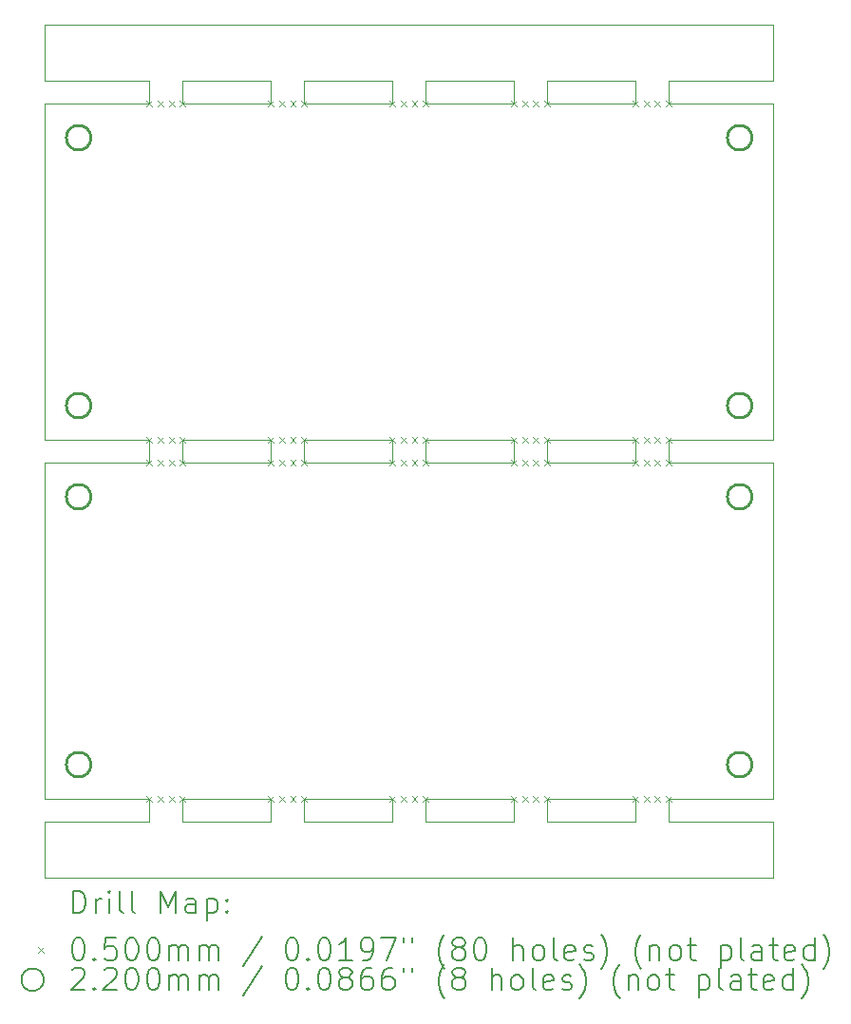
<source format=gbr>
%TF.GenerationSoftware,KiCad,Pcbnew,8.0.4*%
%TF.CreationDate,2024-08-18T00:19:55+02:00*%
%TF.ProjectId,untitled,756e7469-746c-4656-942e-6b696361645f,rev?*%
%TF.SameCoordinates,Original*%
%TF.FileFunction,Drillmap*%
%TF.FilePolarity,Positive*%
%FSLAX45Y45*%
G04 Gerber Fmt 4.5, Leading zero omitted, Abs format (unit mm)*
G04 Created by KiCad (PCBNEW 8.0.4) date 2024-08-18 00:19:55*
%MOMM*%
%LPD*%
G01*
G04 APERTURE LIST*
%ADD10C,0.100000*%
%ADD11C,0.200000*%
%ADD12C,0.220000*%
G04 APERTURE END LIST*
D10*
X16083333Y-5700050D02*
X16866667Y-5700050D01*
X12533333Y-5799950D02*
X12533333Y-5800150D01*
X15000000Y-5800150D02*
X15000000Y-5799950D01*
X16083333Y-2700050D02*
X16083333Y-2500000D01*
X15783333Y-5800150D02*
X15783333Y-5900050D01*
X14700000Y-5700050D02*
X14700000Y-5799950D01*
X16083333Y-2500000D02*
X16866667Y-2500000D01*
X12833333Y-2500000D02*
X13616667Y-2500000D01*
X12833333Y-9100150D02*
X12833333Y-8900050D01*
X13616667Y-5800150D02*
X13616667Y-5900050D01*
X15783333Y-2700050D02*
X15000000Y-2700050D01*
X18100000Y-9600150D02*
X18100000Y-9100150D01*
X18100000Y-9100150D02*
X17166667Y-9100150D01*
X13916667Y-2500000D02*
X14700000Y-2500000D01*
X11600000Y-9100150D02*
X11600000Y-9600150D01*
X11600000Y-9600150D02*
X18100000Y-9600150D01*
X18100000Y-2500000D02*
X18100000Y-2000000D01*
X12533333Y-2500000D02*
X12533333Y-2700050D01*
X16866667Y-5800150D02*
X16866667Y-5900050D01*
X16866667Y-9100150D02*
X16083333Y-9100150D01*
X12533333Y-5700050D02*
X12533333Y-5799950D01*
X16083333Y-5799950D02*
X16083333Y-5700050D01*
X16866667Y-5700050D02*
X16866667Y-5799950D01*
X16083333Y-5800150D02*
X16083333Y-5799950D01*
X12833333Y-5700050D02*
X13616667Y-5700050D01*
X12833333Y-2700050D02*
X12833333Y-2500000D01*
X12533333Y-5800150D02*
X12533333Y-5900050D01*
X15000000Y-5799950D02*
X15000000Y-5700050D01*
X14700000Y-5900050D02*
X13916667Y-5900050D01*
X11600000Y-5900050D02*
X11600000Y-8900050D01*
X16866667Y-2500000D02*
X16866667Y-2700050D01*
X15000000Y-9100150D02*
X15000000Y-8900050D01*
X15783333Y-8900050D02*
X15783333Y-9100150D01*
X15000000Y-8900050D02*
X15783333Y-8900050D01*
X13616667Y-5799950D02*
X13616667Y-5800150D01*
X15000000Y-5900050D02*
X15000000Y-5800150D01*
X16083333Y-8900050D02*
X16866667Y-8900050D01*
X12833333Y-5800150D02*
X12833333Y-5799950D01*
X12833333Y-5900050D02*
X12833333Y-5800150D01*
X13616667Y-9100150D02*
X12833333Y-9100150D01*
X13916667Y-2700050D02*
X13916667Y-2500000D01*
X14700000Y-5800150D02*
X14700000Y-5900050D01*
X15783333Y-5799950D02*
X15783333Y-5800150D01*
X11600000Y-2700050D02*
X11600000Y-5700050D01*
X12533333Y-8900050D02*
X12533333Y-9100150D01*
X13916667Y-5900050D02*
X13916667Y-5800150D01*
X17166667Y-8900050D02*
X18100000Y-8900050D01*
X15783333Y-5700050D02*
X15783333Y-5799950D01*
X16866667Y-8900050D02*
X16866667Y-9100150D01*
X18100000Y-5700050D02*
X18100000Y-2700050D01*
X14700000Y-5799950D02*
X14700000Y-5800150D01*
X13916667Y-5800150D02*
X13916667Y-5799950D01*
X16866667Y-2700050D02*
X16083333Y-2700050D01*
X11600000Y-2000000D02*
X11600000Y-2500000D01*
X14700000Y-2700050D02*
X13916667Y-2700050D01*
X16866667Y-5799950D02*
X16866667Y-5800150D01*
X15000000Y-2500000D02*
X15783333Y-2500000D01*
X12533333Y-9100150D02*
X11600000Y-9100150D01*
X18100000Y-2000000D02*
X11600000Y-2000000D01*
X17166667Y-5800150D02*
X17166667Y-5799950D01*
X12833333Y-8900050D02*
X13616667Y-8900050D01*
X15783333Y-9100150D02*
X15000000Y-9100150D01*
X12533333Y-5900050D02*
X11600000Y-5900050D01*
X13916667Y-8900050D02*
X14700000Y-8900050D01*
X18100000Y-5900050D02*
X17166667Y-5900050D01*
X17166667Y-2700050D02*
X17166667Y-2500000D01*
X11600000Y-8900050D02*
X12533333Y-8900050D01*
X14700000Y-2500000D02*
X14700000Y-2700050D01*
X11600000Y-2500000D02*
X12533333Y-2500000D01*
X12833333Y-5799950D02*
X12833333Y-5700050D01*
X13616667Y-5700050D02*
X13616667Y-5799950D01*
X15783333Y-2500000D02*
X15783333Y-2700050D01*
X17166667Y-9100150D02*
X17166667Y-8900050D01*
X18100000Y-8900050D02*
X18100000Y-5900050D01*
X18100000Y-2700050D02*
X17166667Y-2700050D01*
X13616667Y-5900050D02*
X12833333Y-5900050D01*
X17166667Y-5799950D02*
X17166667Y-5700050D01*
X13916667Y-5700050D02*
X14700000Y-5700050D01*
X12533333Y-2700050D02*
X11600000Y-2700050D01*
X14700000Y-9100150D02*
X13916667Y-9100150D01*
X13616667Y-2500000D02*
X13616667Y-2700050D01*
X16866667Y-5900050D02*
X16083333Y-5900050D01*
X17166667Y-5700050D02*
X18100000Y-5700050D01*
X13916667Y-5799950D02*
X13916667Y-5700050D01*
X15000000Y-5700050D02*
X15783333Y-5700050D01*
X13616667Y-8900050D02*
X13616667Y-9100150D01*
X16083333Y-5900050D02*
X16083333Y-5800150D01*
X15783333Y-5900050D02*
X15000000Y-5900050D01*
X17166667Y-2500000D02*
X18100000Y-2500000D01*
X16083333Y-9100150D02*
X16083333Y-8900050D01*
X17166667Y-5900050D02*
X17166667Y-5800150D01*
X13916667Y-9100150D02*
X13916667Y-8900050D01*
X15000000Y-2700050D02*
X15000000Y-2500000D01*
X13616667Y-2700050D02*
X12833333Y-2700050D01*
X11600000Y-5700050D02*
X12533333Y-5700050D01*
X14700000Y-8900050D02*
X14700000Y-9100150D01*
D11*
D10*
X12508333Y-2675050D02*
X12558333Y-2725050D01*
X12558333Y-2675050D02*
X12508333Y-2725050D01*
X12508333Y-5675050D02*
X12558333Y-5725050D01*
X12558333Y-5675050D02*
X12508333Y-5725050D01*
X12508333Y-5875050D02*
X12558333Y-5925050D01*
X12558333Y-5875050D02*
X12508333Y-5925050D01*
X12508333Y-8875050D02*
X12558333Y-8925050D01*
X12558333Y-8875050D02*
X12508333Y-8925050D01*
X12608333Y-2675050D02*
X12658333Y-2725050D01*
X12658333Y-2675050D02*
X12608333Y-2725050D01*
X12608333Y-5675050D02*
X12658333Y-5725050D01*
X12658333Y-5675050D02*
X12608333Y-5725050D01*
X12608333Y-5875050D02*
X12658333Y-5925050D01*
X12658333Y-5875050D02*
X12608333Y-5925050D01*
X12608333Y-8875050D02*
X12658333Y-8925050D01*
X12658333Y-8875050D02*
X12608333Y-8925050D01*
X12708333Y-2675050D02*
X12758333Y-2725050D01*
X12758333Y-2675050D02*
X12708333Y-2725050D01*
X12708333Y-5675050D02*
X12758333Y-5725050D01*
X12758333Y-5675050D02*
X12708333Y-5725050D01*
X12708333Y-5875050D02*
X12758333Y-5925050D01*
X12758333Y-5875050D02*
X12708333Y-5925050D01*
X12708333Y-8875050D02*
X12758333Y-8925050D01*
X12758333Y-8875050D02*
X12708333Y-8925050D01*
X12808333Y-2675050D02*
X12858333Y-2725050D01*
X12858333Y-2675050D02*
X12808333Y-2725050D01*
X12808333Y-5675050D02*
X12858333Y-5725050D01*
X12858333Y-5675050D02*
X12808333Y-5725050D01*
X12808333Y-5875050D02*
X12858333Y-5925050D01*
X12858333Y-5875050D02*
X12808333Y-5925050D01*
X12808333Y-8875050D02*
X12858333Y-8925050D01*
X12858333Y-8875050D02*
X12808333Y-8925050D01*
X13591667Y-2675050D02*
X13641667Y-2725050D01*
X13641667Y-2675050D02*
X13591667Y-2725050D01*
X13591667Y-5675050D02*
X13641667Y-5725050D01*
X13641667Y-5675050D02*
X13591667Y-5725050D01*
X13591667Y-5875050D02*
X13641667Y-5925050D01*
X13641667Y-5875050D02*
X13591667Y-5925050D01*
X13591667Y-8875050D02*
X13641667Y-8925050D01*
X13641667Y-8875050D02*
X13591667Y-8925050D01*
X13691667Y-2675050D02*
X13741667Y-2725050D01*
X13741667Y-2675050D02*
X13691667Y-2725050D01*
X13691667Y-5675050D02*
X13741667Y-5725050D01*
X13741667Y-5675050D02*
X13691667Y-5725050D01*
X13691667Y-5875050D02*
X13741667Y-5925050D01*
X13741667Y-5875050D02*
X13691667Y-5925050D01*
X13691667Y-8875050D02*
X13741667Y-8925050D01*
X13741667Y-8875050D02*
X13691667Y-8925050D01*
X13791667Y-2675050D02*
X13841667Y-2725050D01*
X13841667Y-2675050D02*
X13791667Y-2725050D01*
X13791667Y-5675050D02*
X13841667Y-5725050D01*
X13841667Y-5675050D02*
X13791667Y-5725050D01*
X13791667Y-5875050D02*
X13841667Y-5925050D01*
X13841667Y-5875050D02*
X13791667Y-5925050D01*
X13791667Y-8875050D02*
X13841667Y-8925050D01*
X13841667Y-8875050D02*
X13791667Y-8925050D01*
X13891667Y-2675050D02*
X13941667Y-2725050D01*
X13941667Y-2675050D02*
X13891667Y-2725050D01*
X13891667Y-5675050D02*
X13941667Y-5725050D01*
X13941667Y-5675050D02*
X13891667Y-5725050D01*
X13891667Y-5875050D02*
X13941667Y-5925050D01*
X13941667Y-5875050D02*
X13891667Y-5925050D01*
X13891667Y-8875050D02*
X13941667Y-8925050D01*
X13941667Y-8875050D02*
X13891667Y-8925050D01*
X14675000Y-2675050D02*
X14725000Y-2725050D01*
X14725000Y-2675050D02*
X14675000Y-2725050D01*
X14675000Y-5675050D02*
X14725000Y-5725050D01*
X14725000Y-5675050D02*
X14675000Y-5725050D01*
X14675000Y-5875050D02*
X14725000Y-5925050D01*
X14725000Y-5875050D02*
X14675000Y-5925050D01*
X14675000Y-8875050D02*
X14725000Y-8925050D01*
X14725000Y-8875050D02*
X14675000Y-8925050D01*
X14775000Y-2675050D02*
X14825000Y-2725050D01*
X14825000Y-2675050D02*
X14775000Y-2725050D01*
X14775000Y-5675050D02*
X14825000Y-5725050D01*
X14825000Y-5675050D02*
X14775000Y-5725050D01*
X14775000Y-5875050D02*
X14825000Y-5925050D01*
X14825000Y-5875050D02*
X14775000Y-5925050D01*
X14775000Y-8875050D02*
X14825000Y-8925050D01*
X14825000Y-8875050D02*
X14775000Y-8925050D01*
X14875000Y-2675050D02*
X14925000Y-2725050D01*
X14925000Y-2675050D02*
X14875000Y-2725050D01*
X14875000Y-5675050D02*
X14925000Y-5725050D01*
X14925000Y-5675050D02*
X14875000Y-5725050D01*
X14875000Y-5875050D02*
X14925000Y-5925050D01*
X14925000Y-5875050D02*
X14875000Y-5925050D01*
X14875000Y-8875050D02*
X14925000Y-8925050D01*
X14925000Y-8875050D02*
X14875000Y-8925050D01*
X14975000Y-2675050D02*
X15025000Y-2725050D01*
X15025000Y-2675050D02*
X14975000Y-2725050D01*
X14975000Y-5675050D02*
X15025000Y-5725050D01*
X15025000Y-5675050D02*
X14975000Y-5725050D01*
X14975000Y-5875050D02*
X15025000Y-5925050D01*
X15025000Y-5875050D02*
X14975000Y-5925050D01*
X14975000Y-8875050D02*
X15025000Y-8925050D01*
X15025000Y-8875050D02*
X14975000Y-8925050D01*
X15758333Y-2675050D02*
X15808333Y-2725050D01*
X15808333Y-2675050D02*
X15758333Y-2725050D01*
X15758333Y-5675050D02*
X15808333Y-5725050D01*
X15808333Y-5675050D02*
X15758333Y-5725050D01*
X15758333Y-5875050D02*
X15808333Y-5925050D01*
X15808333Y-5875050D02*
X15758333Y-5925050D01*
X15758333Y-8875050D02*
X15808333Y-8925050D01*
X15808333Y-8875050D02*
X15758333Y-8925050D01*
X15858333Y-2675050D02*
X15908333Y-2725050D01*
X15908333Y-2675050D02*
X15858333Y-2725050D01*
X15858333Y-5675050D02*
X15908333Y-5725050D01*
X15908333Y-5675050D02*
X15858333Y-5725050D01*
X15858333Y-5875050D02*
X15908333Y-5925050D01*
X15908333Y-5875050D02*
X15858333Y-5925050D01*
X15858333Y-8875050D02*
X15908333Y-8925050D01*
X15908333Y-8875050D02*
X15858333Y-8925050D01*
X15958333Y-2675050D02*
X16008333Y-2725050D01*
X16008333Y-2675050D02*
X15958333Y-2725050D01*
X15958333Y-5675050D02*
X16008333Y-5725050D01*
X16008333Y-5675050D02*
X15958333Y-5725050D01*
X15958333Y-5875050D02*
X16008333Y-5925050D01*
X16008333Y-5875050D02*
X15958333Y-5925050D01*
X15958333Y-8875050D02*
X16008333Y-8925050D01*
X16008333Y-8875050D02*
X15958333Y-8925050D01*
X16058333Y-2675050D02*
X16108333Y-2725050D01*
X16108333Y-2675050D02*
X16058333Y-2725050D01*
X16058333Y-5675050D02*
X16108333Y-5725050D01*
X16108333Y-5675050D02*
X16058333Y-5725050D01*
X16058333Y-5875050D02*
X16108333Y-5925050D01*
X16108333Y-5875050D02*
X16058333Y-5925050D01*
X16058333Y-8875050D02*
X16108333Y-8925050D01*
X16108333Y-8875050D02*
X16058333Y-8925050D01*
X16841667Y-2675050D02*
X16891667Y-2725050D01*
X16891667Y-2675050D02*
X16841667Y-2725050D01*
X16841667Y-5675050D02*
X16891667Y-5725050D01*
X16891667Y-5675050D02*
X16841667Y-5725050D01*
X16841667Y-5875050D02*
X16891667Y-5925050D01*
X16891667Y-5875050D02*
X16841667Y-5925050D01*
X16841667Y-8875050D02*
X16891667Y-8925050D01*
X16891667Y-8875050D02*
X16841667Y-8925050D01*
X16941667Y-2675050D02*
X16991667Y-2725050D01*
X16991667Y-2675050D02*
X16941667Y-2725050D01*
X16941667Y-5675050D02*
X16991667Y-5725050D01*
X16991667Y-5675050D02*
X16941667Y-5725050D01*
X16941667Y-5875050D02*
X16991667Y-5925050D01*
X16991667Y-5875050D02*
X16941667Y-5925050D01*
X16941667Y-8875050D02*
X16991667Y-8925050D01*
X16991667Y-8875050D02*
X16941667Y-8925050D01*
X17041667Y-2675050D02*
X17091667Y-2725050D01*
X17091667Y-2675050D02*
X17041667Y-2725050D01*
X17041667Y-5675050D02*
X17091667Y-5725050D01*
X17091667Y-5675050D02*
X17041667Y-5725050D01*
X17041667Y-5875050D02*
X17091667Y-5925050D01*
X17091667Y-5875050D02*
X17041667Y-5925050D01*
X17041667Y-8875050D02*
X17091667Y-8925050D01*
X17091667Y-8875050D02*
X17041667Y-8925050D01*
X17141667Y-2675050D02*
X17191667Y-2725050D01*
X17191667Y-2675050D02*
X17141667Y-2725050D01*
X17141667Y-5675050D02*
X17191667Y-5725050D01*
X17191667Y-5675050D02*
X17141667Y-5725050D01*
X17141667Y-5875050D02*
X17191667Y-5925050D01*
X17191667Y-5875050D02*
X17141667Y-5925050D01*
X17141667Y-8875050D02*
X17191667Y-8925050D01*
X17191667Y-8875050D02*
X17141667Y-8925050D01*
D12*
X12014800Y-3004850D02*
G75*
G02*
X11794800Y-3004850I-110000J0D01*
G01*
X11794800Y-3004850D02*
G75*
G02*
X12014800Y-3004850I110000J0D01*
G01*
X12014800Y-5392450D02*
G75*
G02*
X11794800Y-5392450I-110000J0D01*
G01*
X11794800Y-5392450D02*
G75*
G02*
X12014800Y-5392450I110000J0D01*
G01*
X12014800Y-6204850D02*
G75*
G02*
X11794800Y-6204850I-110000J0D01*
G01*
X11794800Y-6204850D02*
G75*
G02*
X12014800Y-6204850I110000J0D01*
G01*
X12014800Y-8592450D02*
G75*
G02*
X11794800Y-8592450I-110000J0D01*
G01*
X11794800Y-8592450D02*
G75*
G02*
X12014800Y-8592450I110000J0D01*
G01*
X17907600Y-3004850D02*
G75*
G02*
X17687600Y-3004850I-110000J0D01*
G01*
X17687600Y-3004850D02*
G75*
G02*
X17907600Y-3004850I110000J0D01*
G01*
X17907600Y-5392450D02*
G75*
G02*
X17687600Y-5392450I-110000J0D01*
G01*
X17687600Y-5392450D02*
G75*
G02*
X17907600Y-5392450I110000J0D01*
G01*
X17907600Y-6204850D02*
G75*
G02*
X17687600Y-6204850I-110000J0D01*
G01*
X17687600Y-6204850D02*
G75*
G02*
X17907600Y-6204850I110000J0D01*
G01*
X17907600Y-8592450D02*
G75*
G02*
X17687600Y-8592450I-110000J0D01*
G01*
X17687600Y-8592450D02*
G75*
G02*
X17907600Y-8592450I110000J0D01*
G01*
D11*
X11855777Y-9916634D02*
X11855777Y-9716634D01*
X11855777Y-9716634D02*
X11903396Y-9716634D01*
X11903396Y-9716634D02*
X11931967Y-9726158D01*
X11931967Y-9726158D02*
X11951015Y-9745205D01*
X11951015Y-9745205D02*
X11960539Y-9764253D01*
X11960539Y-9764253D02*
X11970062Y-9802348D01*
X11970062Y-9802348D02*
X11970062Y-9830920D01*
X11970062Y-9830920D02*
X11960539Y-9869015D01*
X11960539Y-9869015D02*
X11951015Y-9888062D01*
X11951015Y-9888062D02*
X11931967Y-9907110D01*
X11931967Y-9907110D02*
X11903396Y-9916634D01*
X11903396Y-9916634D02*
X11855777Y-9916634D01*
X12055777Y-9916634D02*
X12055777Y-9783300D01*
X12055777Y-9821396D02*
X12065301Y-9802348D01*
X12065301Y-9802348D02*
X12074824Y-9792824D01*
X12074824Y-9792824D02*
X12093872Y-9783300D01*
X12093872Y-9783300D02*
X12112920Y-9783300D01*
X12179586Y-9916634D02*
X12179586Y-9783300D01*
X12179586Y-9716634D02*
X12170062Y-9726158D01*
X12170062Y-9726158D02*
X12179586Y-9735681D01*
X12179586Y-9735681D02*
X12189110Y-9726158D01*
X12189110Y-9726158D02*
X12179586Y-9716634D01*
X12179586Y-9716634D02*
X12179586Y-9735681D01*
X12303396Y-9916634D02*
X12284348Y-9907110D01*
X12284348Y-9907110D02*
X12274824Y-9888062D01*
X12274824Y-9888062D02*
X12274824Y-9716634D01*
X12408158Y-9916634D02*
X12389110Y-9907110D01*
X12389110Y-9907110D02*
X12379586Y-9888062D01*
X12379586Y-9888062D02*
X12379586Y-9716634D01*
X12636729Y-9916634D02*
X12636729Y-9716634D01*
X12636729Y-9716634D02*
X12703396Y-9859491D01*
X12703396Y-9859491D02*
X12770062Y-9716634D01*
X12770062Y-9716634D02*
X12770062Y-9916634D01*
X12951015Y-9916634D02*
X12951015Y-9811872D01*
X12951015Y-9811872D02*
X12941491Y-9792824D01*
X12941491Y-9792824D02*
X12922443Y-9783300D01*
X12922443Y-9783300D02*
X12884348Y-9783300D01*
X12884348Y-9783300D02*
X12865301Y-9792824D01*
X12951015Y-9907110D02*
X12931967Y-9916634D01*
X12931967Y-9916634D02*
X12884348Y-9916634D01*
X12884348Y-9916634D02*
X12865301Y-9907110D01*
X12865301Y-9907110D02*
X12855777Y-9888062D01*
X12855777Y-9888062D02*
X12855777Y-9869015D01*
X12855777Y-9869015D02*
X12865301Y-9849967D01*
X12865301Y-9849967D02*
X12884348Y-9840443D01*
X12884348Y-9840443D02*
X12931967Y-9840443D01*
X12931967Y-9840443D02*
X12951015Y-9830920D01*
X13046253Y-9783300D02*
X13046253Y-9983300D01*
X13046253Y-9792824D02*
X13065301Y-9783300D01*
X13065301Y-9783300D02*
X13103396Y-9783300D01*
X13103396Y-9783300D02*
X13122443Y-9792824D01*
X13122443Y-9792824D02*
X13131967Y-9802348D01*
X13131967Y-9802348D02*
X13141491Y-9821396D01*
X13141491Y-9821396D02*
X13141491Y-9878539D01*
X13141491Y-9878539D02*
X13131967Y-9897586D01*
X13131967Y-9897586D02*
X13122443Y-9907110D01*
X13122443Y-9907110D02*
X13103396Y-9916634D01*
X13103396Y-9916634D02*
X13065301Y-9916634D01*
X13065301Y-9916634D02*
X13046253Y-9907110D01*
X13227205Y-9897586D02*
X13236729Y-9907110D01*
X13236729Y-9907110D02*
X13227205Y-9916634D01*
X13227205Y-9916634D02*
X13217682Y-9907110D01*
X13217682Y-9907110D02*
X13227205Y-9897586D01*
X13227205Y-9897586D02*
X13227205Y-9916634D01*
X13227205Y-9792824D02*
X13236729Y-9802348D01*
X13236729Y-9802348D02*
X13227205Y-9811872D01*
X13227205Y-9811872D02*
X13217682Y-9802348D01*
X13217682Y-9802348D02*
X13227205Y-9792824D01*
X13227205Y-9792824D02*
X13227205Y-9811872D01*
D10*
X11545000Y-10220150D02*
X11595000Y-10270150D01*
X11595000Y-10220150D02*
X11545000Y-10270150D01*
D11*
X11893872Y-10136634D02*
X11912920Y-10136634D01*
X11912920Y-10136634D02*
X11931967Y-10146158D01*
X11931967Y-10146158D02*
X11941491Y-10155681D01*
X11941491Y-10155681D02*
X11951015Y-10174729D01*
X11951015Y-10174729D02*
X11960539Y-10212824D01*
X11960539Y-10212824D02*
X11960539Y-10260443D01*
X11960539Y-10260443D02*
X11951015Y-10298539D01*
X11951015Y-10298539D02*
X11941491Y-10317586D01*
X11941491Y-10317586D02*
X11931967Y-10327110D01*
X11931967Y-10327110D02*
X11912920Y-10336634D01*
X11912920Y-10336634D02*
X11893872Y-10336634D01*
X11893872Y-10336634D02*
X11874824Y-10327110D01*
X11874824Y-10327110D02*
X11865301Y-10317586D01*
X11865301Y-10317586D02*
X11855777Y-10298539D01*
X11855777Y-10298539D02*
X11846253Y-10260443D01*
X11846253Y-10260443D02*
X11846253Y-10212824D01*
X11846253Y-10212824D02*
X11855777Y-10174729D01*
X11855777Y-10174729D02*
X11865301Y-10155681D01*
X11865301Y-10155681D02*
X11874824Y-10146158D01*
X11874824Y-10146158D02*
X11893872Y-10136634D01*
X12046253Y-10317586D02*
X12055777Y-10327110D01*
X12055777Y-10327110D02*
X12046253Y-10336634D01*
X12046253Y-10336634D02*
X12036729Y-10327110D01*
X12036729Y-10327110D02*
X12046253Y-10317586D01*
X12046253Y-10317586D02*
X12046253Y-10336634D01*
X12236729Y-10136634D02*
X12141491Y-10136634D01*
X12141491Y-10136634D02*
X12131967Y-10231872D01*
X12131967Y-10231872D02*
X12141491Y-10222348D01*
X12141491Y-10222348D02*
X12160539Y-10212824D01*
X12160539Y-10212824D02*
X12208158Y-10212824D01*
X12208158Y-10212824D02*
X12227205Y-10222348D01*
X12227205Y-10222348D02*
X12236729Y-10231872D01*
X12236729Y-10231872D02*
X12246253Y-10250920D01*
X12246253Y-10250920D02*
X12246253Y-10298539D01*
X12246253Y-10298539D02*
X12236729Y-10317586D01*
X12236729Y-10317586D02*
X12227205Y-10327110D01*
X12227205Y-10327110D02*
X12208158Y-10336634D01*
X12208158Y-10336634D02*
X12160539Y-10336634D01*
X12160539Y-10336634D02*
X12141491Y-10327110D01*
X12141491Y-10327110D02*
X12131967Y-10317586D01*
X12370062Y-10136634D02*
X12389110Y-10136634D01*
X12389110Y-10136634D02*
X12408158Y-10146158D01*
X12408158Y-10146158D02*
X12417682Y-10155681D01*
X12417682Y-10155681D02*
X12427205Y-10174729D01*
X12427205Y-10174729D02*
X12436729Y-10212824D01*
X12436729Y-10212824D02*
X12436729Y-10260443D01*
X12436729Y-10260443D02*
X12427205Y-10298539D01*
X12427205Y-10298539D02*
X12417682Y-10317586D01*
X12417682Y-10317586D02*
X12408158Y-10327110D01*
X12408158Y-10327110D02*
X12389110Y-10336634D01*
X12389110Y-10336634D02*
X12370062Y-10336634D01*
X12370062Y-10336634D02*
X12351015Y-10327110D01*
X12351015Y-10327110D02*
X12341491Y-10317586D01*
X12341491Y-10317586D02*
X12331967Y-10298539D01*
X12331967Y-10298539D02*
X12322443Y-10260443D01*
X12322443Y-10260443D02*
X12322443Y-10212824D01*
X12322443Y-10212824D02*
X12331967Y-10174729D01*
X12331967Y-10174729D02*
X12341491Y-10155681D01*
X12341491Y-10155681D02*
X12351015Y-10146158D01*
X12351015Y-10146158D02*
X12370062Y-10136634D01*
X12560539Y-10136634D02*
X12579586Y-10136634D01*
X12579586Y-10136634D02*
X12598634Y-10146158D01*
X12598634Y-10146158D02*
X12608158Y-10155681D01*
X12608158Y-10155681D02*
X12617682Y-10174729D01*
X12617682Y-10174729D02*
X12627205Y-10212824D01*
X12627205Y-10212824D02*
X12627205Y-10260443D01*
X12627205Y-10260443D02*
X12617682Y-10298539D01*
X12617682Y-10298539D02*
X12608158Y-10317586D01*
X12608158Y-10317586D02*
X12598634Y-10327110D01*
X12598634Y-10327110D02*
X12579586Y-10336634D01*
X12579586Y-10336634D02*
X12560539Y-10336634D01*
X12560539Y-10336634D02*
X12541491Y-10327110D01*
X12541491Y-10327110D02*
X12531967Y-10317586D01*
X12531967Y-10317586D02*
X12522443Y-10298539D01*
X12522443Y-10298539D02*
X12512920Y-10260443D01*
X12512920Y-10260443D02*
X12512920Y-10212824D01*
X12512920Y-10212824D02*
X12522443Y-10174729D01*
X12522443Y-10174729D02*
X12531967Y-10155681D01*
X12531967Y-10155681D02*
X12541491Y-10146158D01*
X12541491Y-10146158D02*
X12560539Y-10136634D01*
X12712920Y-10336634D02*
X12712920Y-10203300D01*
X12712920Y-10222348D02*
X12722443Y-10212824D01*
X12722443Y-10212824D02*
X12741491Y-10203300D01*
X12741491Y-10203300D02*
X12770063Y-10203300D01*
X12770063Y-10203300D02*
X12789110Y-10212824D01*
X12789110Y-10212824D02*
X12798634Y-10231872D01*
X12798634Y-10231872D02*
X12798634Y-10336634D01*
X12798634Y-10231872D02*
X12808158Y-10212824D01*
X12808158Y-10212824D02*
X12827205Y-10203300D01*
X12827205Y-10203300D02*
X12855777Y-10203300D01*
X12855777Y-10203300D02*
X12874824Y-10212824D01*
X12874824Y-10212824D02*
X12884348Y-10231872D01*
X12884348Y-10231872D02*
X12884348Y-10336634D01*
X12979586Y-10336634D02*
X12979586Y-10203300D01*
X12979586Y-10222348D02*
X12989110Y-10212824D01*
X12989110Y-10212824D02*
X13008158Y-10203300D01*
X13008158Y-10203300D02*
X13036729Y-10203300D01*
X13036729Y-10203300D02*
X13055777Y-10212824D01*
X13055777Y-10212824D02*
X13065301Y-10231872D01*
X13065301Y-10231872D02*
X13065301Y-10336634D01*
X13065301Y-10231872D02*
X13074824Y-10212824D01*
X13074824Y-10212824D02*
X13093872Y-10203300D01*
X13093872Y-10203300D02*
X13122443Y-10203300D01*
X13122443Y-10203300D02*
X13141491Y-10212824D01*
X13141491Y-10212824D02*
X13151015Y-10231872D01*
X13151015Y-10231872D02*
X13151015Y-10336634D01*
X13541491Y-10127110D02*
X13370063Y-10384253D01*
X13798634Y-10136634D02*
X13817682Y-10136634D01*
X13817682Y-10136634D02*
X13836729Y-10146158D01*
X13836729Y-10146158D02*
X13846253Y-10155681D01*
X13846253Y-10155681D02*
X13855777Y-10174729D01*
X13855777Y-10174729D02*
X13865301Y-10212824D01*
X13865301Y-10212824D02*
X13865301Y-10260443D01*
X13865301Y-10260443D02*
X13855777Y-10298539D01*
X13855777Y-10298539D02*
X13846253Y-10317586D01*
X13846253Y-10317586D02*
X13836729Y-10327110D01*
X13836729Y-10327110D02*
X13817682Y-10336634D01*
X13817682Y-10336634D02*
X13798634Y-10336634D01*
X13798634Y-10336634D02*
X13779586Y-10327110D01*
X13779586Y-10327110D02*
X13770063Y-10317586D01*
X13770063Y-10317586D02*
X13760539Y-10298539D01*
X13760539Y-10298539D02*
X13751015Y-10260443D01*
X13751015Y-10260443D02*
X13751015Y-10212824D01*
X13751015Y-10212824D02*
X13760539Y-10174729D01*
X13760539Y-10174729D02*
X13770063Y-10155681D01*
X13770063Y-10155681D02*
X13779586Y-10146158D01*
X13779586Y-10146158D02*
X13798634Y-10136634D01*
X13951015Y-10317586D02*
X13960539Y-10327110D01*
X13960539Y-10327110D02*
X13951015Y-10336634D01*
X13951015Y-10336634D02*
X13941491Y-10327110D01*
X13941491Y-10327110D02*
X13951015Y-10317586D01*
X13951015Y-10317586D02*
X13951015Y-10336634D01*
X14084348Y-10136634D02*
X14103396Y-10136634D01*
X14103396Y-10136634D02*
X14122444Y-10146158D01*
X14122444Y-10146158D02*
X14131967Y-10155681D01*
X14131967Y-10155681D02*
X14141491Y-10174729D01*
X14141491Y-10174729D02*
X14151015Y-10212824D01*
X14151015Y-10212824D02*
X14151015Y-10260443D01*
X14151015Y-10260443D02*
X14141491Y-10298539D01*
X14141491Y-10298539D02*
X14131967Y-10317586D01*
X14131967Y-10317586D02*
X14122444Y-10327110D01*
X14122444Y-10327110D02*
X14103396Y-10336634D01*
X14103396Y-10336634D02*
X14084348Y-10336634D01*
X14084348Y-10336634D02*
X14065301Y-10327110D01*
X14065301Y-10327110D02*
X14055777Y-10317586D01*
X14055777Y-10317586D02*
X14046253Y-10298539D01*
X14046253Y-10298539D02*
X14036729Y-10260443D01*
X14036729Y-10260443D02*
X14036729Y-10212824D01*
X14036729Y-10212824D02*
X14046253Y-10174729D01*
X14046253Y-10174729D02*
X14055777Y-10155681D01*
X14055777Y-10155681D02*
X14065301Y-10146158D01*
X14065301Y-10146158D02*
X14084348Y-10136634D01*
X14341491Y-10336634D02*
X14227206Y-10336634D01*
X14284348Y-10336634D02*
X14284348Y-10136634D01*
X14284348Y-10136634D02*
X14265301Y-10165205D01*
X14265301Y-10165205D02*
X14246253Y-10184253D01*
X14246253Y-10184253D02*
X14227206Y-10193777D01*
X14436729Y-10336634D02*
X14474825Y-10336634D01*
X14474825Y-10336634D02*
X14493872Y-10327110D01*
X14493872Y-10327110D02*
X14503396Y-10317586D01*
X14503396Y-10317586D02*
X14522444Y-10289015D01*
X14522444Y-10289015D02*
X14531967Y-10250920D01*
X14531967Y-10250920D02*
X14531967Y-10174729D01*
X14531967Y-10174729D02*
X14522444Y-10155681D01*
X14522444Y-10155681D02*
X14512920Y-10146158D01*
X14512920Y-10146158D02*
X14493872Y-10136634D01*
X14493872Y-10136634D02*
X14455777Y-10136634D01*
X14455777Y-10136634D02*
X14436729Y-10146158D01*
X14436729Y-10146158D02*
X14427206Y-10155681D01*
X14427206Y-10155681D02*
X14417682Y-10174729D01*
X14417682Y-10174729D02*
X14417682Y-10222348D01*
X14417682Y-10222348D02*
X14427206Y-10241396D01*
X14427206Y-10241396D02*
X14436729Y-10250920D01*
X14436729Y-10250920D02*
X14455777Y-10260443D01*
X14455777Y-10260443D02*
X14493872Y-10260443D01*
X14493872Y-10260443D02*
X14512920Y-10250920D01*
X14512920Y-10250920D02*
X14522444Y-10241396D01*
X14522444Y-10241396D02*
X14531967Y-10222348D01*
X14598634Y-10136634D02*
X14731967Y-10136634D01*
X14731967Y-10136634D02*
X14646253Y-10336634D01*
X14798634Y-10136634D02*
X14798634Y-10174729D01*
X14874825Y-10136634D02*
X14874825Y-10174729D01*
X15170063Y-10412824D02*
X15160539Y-10403300D01*
X15160539Y-10403300D02*
X15141491Y-10374729D01*
X15141491Y-10374729D02*
X15131968Y-10355681D01*
X15131968Y-10355681D02*
X15122444Y-10327110D01*
X15122444Y-10327110D02*
X15112920Y-10279491D01*
X15112920Y-10279491D02*
X15112920Y-10241396D01*
X15112920Y-10241396D02*
X15122444Y-10193777D01*
X15122444Y-10193777D02*
X15131968Y-10165205D01*
X15131968Y-10165205D02*
X15141491Y-10146158D01*
X15141491Y-10146158D02*
X15160539Y-10117586D01*
X15160539Y-10117586D02*
X15170063Y-10108062D01*
X15274825Y-10222348D02*
X15255777Y-10212824D01*
X15255777Y-10212824D02*
X15246253Y-10203300D01*
X15246253Y-10203300D02*
X15236729Y-10184253D01*
X15236729Y-10184253D02*
X15236729Y-10174729D01*
X15236729Y-10174729D02*
X15246253Y-10155681D01*
X15246253Y-10155681D02*
X15255777Y-10146158D01*
X15255777Y-10146158D02*
X15274825Y-10136634D01*
X15274825Y-10136634D02*
X15312920Y-10136634D01*
X15312920Y-10136634D02*
X15331968Y-10146158D01*
X15331968Y-10146158D02*
X15341491Y-10155681D01*
X15341491Y-10155681D02*
X15351015Y-10174729D01*
X15351015Y-10174729D02*
X15351015Y-10184253D01*
X15351015Y-10184253D02*
X15341491Y-10203300D01*
X15341491Y-10203300D02*
X15331968Y-10212824D01*
X15331968Y-10212824D02*
X15312920Y-10222348D01*
X15312920Y-10222348D02*
X15274825Y-10222348D01*
X15274825Y-10222348D02*
X15255777Y-10231872D01*
X15255777Y-10231872D02*
X15246253Y-10241396D01*
X15246253Y-10241396D02*
X15236729Y-10260443D01*
X15236729Y-10260443D02*
X15236729Y-10298539D01*
X15236729Y-10298539D02*
X15246253Y-10317586D01*
X15246253Y-10317586D02*
X15255777Y-10327110D01*
X15255777Y-10327110D02*
X15274825Y-10336634D01*
X15274825Y-10336634D02*
X15312920Y-10336634D01*
X15312920Y-10336634D02*
X15331968Y-10327110D01*
X15331968Y-10327110D02*
X15341491Y-10317586D01*
X15341491Y-10317586D02*
X15351015Y-10298539D01*
X15351015Y-10298539D02*
X15351015Y-10260443D01*
X15351015Y-10260443D02*
X15341491Y-10241396D01*
X15341491Y-10241396D02*
X15331968Y-10231872D01*
X15331968Y-10231872D02*
X15312920Y-10222348D01*
X15474825Y-10136634D02*
X15493872Y-10136634D01*
X15493872Y-10136634D02*
X15512920Y-10146158D01*
X15512920Y-10146158D02*
X15522444Y-10155681D01*
X15522444Y-10155681D02*
X15531968Y-10174729D01*
X15531968Y-10174729D02*
X15541491Y-10212824D01*
X15541491Y-10212824D02*
X15541491Y-10260443D01*
X15541491Y-10260443D02*
X15531968Y-10298539D01*
X15531968Y-10298539D02*
X15522444Y-10317586D01*
X15522444Y-10317586D02*
X15512920Y-10327110D01*
X15512920Y-10327110D02*
X15493872Y-10336634D01*
X15493872Y-10336634D02*
X15474825Y-10336634D01*
X15474825Y-10336634D02*
X15455777Y-10327110D01*
X15455777Y-10327110D02*
X15446253Y-10317586D01*
X15446253Y-10317586D02*
X15436729Y-10298539D01*
X15436729Y-10298539D02*
X15427206Y-10260443D01*
X15427206Y-10260443D02*
X15427206Y-10212824D01*
X15427206Y-10212824D02*
X15436729Y-10174729D01*
X15436729Y-10174729D02*
X15446253Y-10155681D01*
X15446253Y-10155681D02*
X15455777Y-10146158D01*
X15455777Y-10146158D02*
X15474825Y-10136634D01*
X15779587Y-10336634D02*
X15779587Y-10136634D01*
X15865301Y-10336634D02*
X15865301Y-10231872D01*
X15865301Y-10231872D02*
X15855777Y-10212824D01*
X15855777Y-10212824D02*
X15836730Y-10203300D01*
X15836730Y-10203300D02*
X15808158Y-10203300D01*
X15808158Y-10203300D02*
X15789110Y-10212824D01*
X15789110Y-10212824D02*
X15779587Y-10222348D01*
X15989110Y-10336634D02*
X15970063Y-10327110D01*
X15970063Y-10327110D02*
X15960539Y-10317586D01*
X15960539Y-10317586D02*
X15951015Y-10298539D01*
X15951015Y-10298539D02*
X15951015Y-10241396D01*
X15951015Y-10241396D02*
X15960539Y-10222348D01*
X15960539Y-10222348D02*
X15970063Y-10212824D01*
X15970063Y-10212824D02*
X15989110Y-10203300D01*
X15989110Y-10203300D02*
X16017682Y-10203300D01*
X16017682Y-10203300D02*
X16036730Y-10212824D01*
X16036730Y-10212824D02*
X16046253Y-10222348D01*
X16046253Y-10222348D02*
X16055777Y-10241396D01*
X16055777Y-10241396D02*
X16055777Y-10298539D01*
X16055777Y-10298539D02*
X16046253Y-10317586D01*
X16046253Y-10317586D02*
X16036730Y-10327110D01*
X16036730Y-10327110D02*
X16017682Y-10336634D01*
X16017682Y-10336634D02*
X15989110Y-10336634D01*
X16170063Y-10336634D02*
X16151015Y-10327110D01*
X16151015Y-10327110D02*
X16141491Y-10308062D01*
X16141491Y-10308062D02*
X16141491Y-10136634D01*
X16322444Y-10327110D02*
X16303396Y-10336634D01*
X16303396Y-10336634D02*
X16265301Y-10336634D01*
X16265301Y-10336634D02*
X16246253Y-10327110D01*
X16246253Y-10327110D02*
X16236730Y-10308062D01*
X16236730Y-10308062D02*
X16236730Y-10231872D01*
X16236730Y-10231872D02*
X16246253Y-10212824D01*
X16246253Y-10212824D02*
X16265301Y-10203300D01*
X16265301Y-10203300D02*
X16303396Y-10203300D01*
X16303396Y-10203300D02*
X16322444Y-10212824D01*
X16322444Y-10212824D02*
X16331968Y-10231872D01*
X16331968Y-10231872D02*
X16331968Y-10250920D01*
X16331968Y-10250920D02*
X16236730Y-10269967D01*
X16408158Y-10327110D02*
X16427206Y-10336634D01*
X16427206Y-10336634D02*
X16465301Y-10336634D01*
X16465301Y-10336634D02*
X16484349Y-10327110D01*
X16484349Y-10327110D02*
X16493872Y-10308062D01*
X16493872Y-10308062D02*
X16493872Y-10298539D01*
X16493872Y-10298539D02*
X16484349Y-10279491D01*
X16484349Y-10279491D02*
X16465301Y-10269967D01*
X16465301Y-10269967D02*
X16436730Y-10269967D01*
X16436730Y-10269967D02*
X16417682Y-10260443D01*
X16417682Y-10260443D02*
X16408158Y-10241396D01*
X16408158Y-10241396D02*
X16408158Y-10231872D01*
X16408158Y-10231872D02*
X16417682Y-10212824D01*
X16417682Y-10212824D02*
X16436730Y-10203300D01*
X16436730Y-10203300D02*
X16465301Y-10203300D01*
X16465301Y-10203300D02*
X16484349Y-10212824D01*
X16560539Y-10412824D02*
X16570063Y-10403300D01*
X16570063Y-10403300D02*
X16589111Y-10374729D01*
X16589111Y-10374729D02*
X16598634Y-10355681D01*
X16598634Y-10355681D02*
X16608158Y-10327110D01*
X16608158Y-10327110D02*
X16617682Y-10279491D01*
X16617682Y-10279491D02*
X16617682Y-10241396D01*
X16617682Y-10241396D02*
X16608158Y-10193777D01*
X16608158Y-10193777D02*
X16598634Y-10165205D01*
X16598634Y-10165205D02*
X16589111Y-10146158D01*
X16589111Y-10146158D02*
X16570063Y-10117586D01*
X16570063Y-10117586D02*
X16560539Y-10108062D01*
X16922444Y-10412824D02*
X16912920Y-10403300D01*
X16912920Y-10403300D02*
X16893873Y-10374729D01*
X16893873Y-10374729D02*
X16884349Y-10355681D01*
X16884349Y-10355681D02*
X16874825Y-10327110D01*
X16874825Y-10327110D02*
X16865301Y-10279491D01*
X16865301Y-10279491D02*
X16865301Y-10241396D01*
X16865301Y-10241396D02*
X16874825Y-10193777D01*
X16874825Y-10193777D02*
X16884349Y-10165205D01*
X16884349Y-10165205D02*
X16893873Y-10146158D01*
X16893873Y-10146158D02*
X16912920Y-10117586D01*
X16912920Y-10117586D02*
X16922444Y-10108062D01*
X16998634Y-10203300D02*
X16998634Y-10336634D01*
X16998634Y-10222348D02*
X17008158Y-10212824D01*
X17008158Y-10212824D02*
X17027206Y-10203300D01*
X17027206Y-10203300D02*
X17055777Y-10203300D01*
X17055777Y-10203300D02*
X17074825Y-10212824D01*
X17074825Y-10212824D02*
X17084349Y-10231872D01*
X17084349Y-10231872D02*
X17084349Y-10336634D01*
X17208158Y-10336634D02*
X17189111Y-10327110D01*
X17189111Y-10327110D02*
X17179587Y-10317586D01*
X17179587Y-10317586D02*
X17170063Y-10298539D01*
X17170063Y-10298539D02*
X17170063Y-10241396D01*
X17170063Y-10241396D02*
X17179587Y-10222348D01*
X17179587Y-10222348D02*
X17189111Y-10212824D01*
X17189111Y-10212824D02*
X17208158Y-10203300D01*
X17208158Y-10203300D02*
X17236730Y-10203300D01*
X17236730Y-10203300D02*
X17255777Y-10212824D01*
X17255777Y-10212824D02*
X17265301Y-10222348D01*
X17265301Y-10222348D02*
X17274825Y-10241396D01*
X17274825Y-10241396D02*
X17274825Y-10298539D01*
X17274825Y-10298539D02*
X17265301Y-10317586D01*
X17265301Y-10317586D02*
X17255777Y-10327110D01*
X17255777Y-10327110D02*
X17236730Y-10336634D01*
X17236730Y-10336634D02*
X17208158Y-10336634D01*
X17331968Y-10203300D02*
X17408158Y-10203300D01*
X17360539Y-10136634D02*
X17360539Y-10308062D01*
X17360539Y-10308062D02*
X17370063Y-10327110D01*
X17370063Y-10327110D02*
X17389111Y-10336634D01*
X17389111Y-10336634D02*
X17408158Y-10336634D01*
X17627206Y-10203300D02*
X17627206Y-10403300D01*
X17627206Y-10212824D02*
X17646254Y-10203300D01*
X17646254Y-10203300D02*
X17684349Y-10203300D01*
X17684349Y-10203300D02*
X17703396Y-10212824D01*
X17703396Y-10212824D02*
X17712920Y-10222348D01*
X17712920Y-10222348D02*
X17722444Y-10241396D01*
X17722444Y-10241396D02*
X17722444Y-10298539D01*
X17722444Y-10298539D02*
X17712920Y-10317586D01*
X17712920Y-10317586D02*
X17703396Y-10327110D01*
X17703396Y-10327110D02*
X17684349Y-10336634D01*
X17684349Y-10336634D02*
X17646254Y-10336634D01*
X17646254Y-10336634D02*
X17627206Y-10327110D01*
X17836730Y-10336634D02*
X17817682Y-10327110D01*
X17817682Y-10327110D02*
X17808158Y-10308062D01*
X17808158Y-10308062D02*
X17808158Y-10136634D01*
X17998635Y-10336634D02*
X17998635Y-10231872D01*
X17998635Y-10231872D02*
X17989111Y-10212824D01*
X17989111Y-10212824D02*
X17970063Y-10203300D01*
X17970063Y-10203300D02*
X17931968Y-10203300D01*
X17931968Y-10203300D02*
X17912920Y-10212824D01*
X17998635Y-10327110D02*
X17979587Y-10336634D01*
X17979587Y-10336634D02*
X17931968Y-10336634D01*
X17931968Y-10336634D02*
X17912920Y-10327110D01*
X17912920Y-10327110D02*
X17903396Y-10308062D01*
X17903396Y-10308062D02*
X17903396Y-10289015D01*
X17903396Y-10289015D02*
X17912920Y-10269967D01*
X17912920Y-10269967D02*
X17931968Y-10260443D01*
X17931968Y-10260443D02*
X17979587Y-10260443D01*
X17979587Y-10260443D02*
X17998635Y-10250920D01*
X18065301Y-10203300D02*
X18141492Y-10203300D01*
X18093873Y-10136634D02*
X18093873Y-10308062D01*
X18093873Y-10308062D02*
X18103396Y-10327110D01*
X18103396Y-10327110D02*
X18122444Y-10336634D01*
X18122444Y-10336634D02*
X18141492Y-10336634D01*
X18284349Y-10327110D02*
X18265301Y-10336634D01*
X18265301Y-10336634D02*
X18227206Y-10336634D01*
X18227206Y-10336634D02*
X18208158Y-10327110D01*
X18208158Y-10327110D02*
X18198635Y-10308062D01*
X18198635Y-10308062D02*
X18198635Y-10231872D01*
X18198635Y-10231872D02*
X18208158Y-10212824D01*
X18208158Y-10212824D02*
X18227206Y-10203300D01*
X18227206Y-10203300D02*
X18265301Y-10203300D01*
X18265301Y-10203300D02*
X18284349Y-10212824D01*
X18284349Y-10212824D02*
X18293873Y-10231872D01*
X18293873Y-10231872D02*
X18293873Y-10250920D01*
X18293873Y-10250920D02*
X18198635Y-10269967D01*
X18465301Y-10336634D02*
X18465301Y-10136634D01*
X18465301Y-10327110D02*
X18446254Y-10336634D01*
X18446254Y-10336634D02*
X18408158Y-10336634D01*
X18408158Y-10336634D02*
X18389111Y-10327110D01*
X18389111Y-10327110D02*
X18379587Y-10317586D01*
X18379587Y-10317586D02*
X18370063Y-10298539D01*
X18370063Y-10298539D02*
X18370063Y-10241396D01*
X18370063Y-10241396D02*
X18379587Y-10222348D01*
X18379587Y-10222348D02*
X18389111Y-10212824D01*
X18389111Y-10212824D02*
X18408158Y-10203300D01*
X18408158Y-10203300D02*
X18446254Y-10203300D01*
X18446254Y-10203300D02*
X18465301Y-10212824D01*
X18541492Y-10412824D02*
X18551016Y-10403300D01*
X18551016Y-10403300D02*
X18570063Y-10374729D01*
X18570063Y-10374729D02*
X18579587Y-10355681D01*
X18579587Y-10355681D02*
X18589111Y-10327110D01*
X18589111Y-10327110D02*
X18598635Y-10279491D01*
X18598635Y-10279491D02*
X18598635Y-10241396D01*
X18598635Y-10241396D02*
X18589111Y-10193777D01*
X18589111Y-10193777D02*
X18579587Y-10165205D01*
X18579587Y-10165205D02*
X18570063Y-10146158D01*
X18570063Y-10146158D02*
X18551016Y-10117586D01*
X18551016Y-10117586D02*
X18541492Y-10108062D01*
X11595000Y-10509150D02*
G75*
G02*
X11395000Y-10509150I-100000J0D01*
G01*
X11395000Y-10509150D02*
G75*
G02*
X11595000Y-10509150I100000J0D01*
G01*
X11846253Y-10419681D02*
X11855777Y-10410158D01*
X11855777Y-10410158D02*
X11874824Y-10400634D01*
X11874824Y-10400634D02*
X11922443Y-10400634D01*
X11922443Y-10400634D02*
X11941491Y-10410158D01*
X11941491Y-10410158D02*
X11951015Y-10419681D01*
X11951015Y-10419681D02*
X11960539Y-10438729D01*
X11960539Y-10438729D02*
X11960539Y-10457777D01*
X11960539Y-10457777D02*
X11951015Y-10486348D01*
X11951015Y-10486348D02*
X11836729Y-10600634D01*
X11836729Y-10600634D02*
X11960539Y-10600634D01*
X12046253Y-10581586D02*
X12055777Y-10591110D01*
X12055777Y-10591110D02*
X12046253Y-10600634D01*
X12046253Y-10600634D02*
X12036729Y-10591110D01*
X12036729Y-10591110D02*
X12046253Y-10581586D01*
X12046253Y-10581586D02*
X12046253Y-10600634D01*
X12131967Y-10419681D02*
X12141491Y-10410158D01*
X12141491Y-10410158D02*
X12160539Y-10400634D01*
X12160539Y-10400634D02*
X12208158Y-10400634D01*
X12208158Y-10400634D02*
X12227205Y-10410158D01*
X12227205Y-10410158D02*
X12236729Y-10419681D01*
X12236729Y-10419681D02*
X12246253Y-10438729D01*
X12246253Y-10438729D02*
X12246253Y-10457777D01*
X12246253Y-10457777D02*
X12236729Y-10486348D01*
X12236729Y-10486348D02*
X12122443Y-10600634D01*
X12122443Y-10600634D02*
X12246253Y-10600634D01*
X12370062Y-10400634D02*
X12389110Y-10400634D01*
X12389110Y-10400634D02*
X12408158Y-10410158D01*
X12408158Y-10410158D02*
X12417682Y-10419681D01*
X12417682Y-10419681D02*
X12427205Y-10438729D01*
X12427205Y-10438729D02*
X12436729Y-10476824D01*
X12436729Y-10476824D02*
X12436729Y-10524443D01*
X12436729Y-10524443D02*
X12427205Y-10562539D01*
X12427205Y-10562539D02*
X12417682Y-10581586D01*
X12417682Y-10581586D02*
X12408158Y-10591110D01*
X12408158Y-10591110D02*
X12389110Y-10600634D01*
X12389110Y-10600634D02*
X12370062Y-10600634D01*
X12370062Y-10600634D02*
X12351015Y-10591110D01*
X12351015Y-10591110D02*
X12341491Y-10581586D01*
X12341491Y-10581586D02*
X12331967Y-10562539D01*
X12331967Y-10562539D02*
X12322443Y-10524443D01*
X12322443Y-10524443D02*
X12322443Y-10476824D01*
X12322443Y-10476824D02*
X12331967Y-10438729D01*
X12331967Y-10438729D02*
X12341491Y-10419681D01*
X12341491Y-10419681D02*
X12351015Y-10410158D01*
X12351015Y-10410158D02*
X12370062Y-10400634D01*
X12560539Y-10400634D02*
X12579586Y-10400634D01*
X12579586Y-10400634D02*
X12598634Y-10410158D01*
X12598634Y-10410158D02*
X12608158Y-10419681D01*
X12608158Y-10419681D02*
X12617682Y-10438729D01*
X12617682Y-10438729D02*
X12627205Y-10476824D01*
X12627205Y-10476824D02*
X12627205Y-10524443D01*
X12627205Y-10524443D02*
X12617682Y-10562539D01*
X12617682Y-10562539D02*
X12608158Y-10581586D01*
X12608158Y-10581586D02*
X12598634Y-10591110D01*
X12598634Y-10591110D02*
X12579586Y-10600634D01*
X12579586Y-10600634D02*
X12560539Y-10600634D01*
X12560539Y-10600634D02*
X12541491Y-10591110D01*
X12541491Y-10591110D02*
X12531967Y-10581586D01*
X12531967Y-10581586D02*
X12522443Y-10562539D01*
X12522443Y-10562539D02*
X12512920Y-10524443D01*
X12512920Y-10524443D02*
X12512920Y-10476824D01*
X12512920Y-10476824D02*
X12522443Y-10438729D01*
X12522443Y-10438729D02*
X12531967Y-10419681D01*
X12531967Y-10419681D02*
X12541491Y-10410158D01*
X12541491Y-10410158D02*
X12560539Y-10400634D01*
X12712920Y-10600634D02*
X12712920Y-10467300D01*
X12712920Y-10486348D02*
X12722443Y-10476824D01*
X12722443Y-10476824D02*
X12741491Y-10467300D01*
X12741491Y-10467300D02*
X12770063Y-10467300D01*
X12770063Y-10467300D02*
X12789110Y-10476824D01*
X12789110Y-10476824D02*
X12798634Y-10495872D01*
X12798634Y-10495872D02*
X12798634Y-10600634D01*
X12798634Y-10495872D02*
X12808158Y-10476824D01*
X12808158Y-10476824D02*
X12827205Y-10467300D01*
X12827205Y-10467300D02*
X12855777Y-10467300D01*
X12855777Y-10467300D02*
X12874824Y-10476824D01*
X12874824Y-10476824D02*
X12884348Y-10495872D01*
X12884348Y-10495872D02*
X12884348Y-10600634D01*
X12979586Y-10600634D02*
X12979586Y-10467300D01*
X12979586Y-10486348D02*
X12989110Y-10476824D01*
X12989110Y-10476824D02*
X13008158Y-10467300D01*
X13008158Y-10467300D02*
X13036729Y-10467300D01*
X13036729Y-10467300D02*
X13055777Y-10476824D01*
X13055777Y-10476824D02*
X13065301Y-10495872D01*
X13065301Y-10495872D02*
X13065301Y-10600634D01*
X13065301Y-10495872D02*
X13074824Y-10476824D01*
X13074824Y-10476824D02*
X13093872Y-10467300D01*
X13093872Y-10467300D02*
X13122443Y-10467300D01*
X13122443Y-10467300D02*
X13141491Y-10476824D01*
X13141491Y-10476824D02*
X13151015Y-10495872D01*
X13151015Y-10495872D02*
X13151015Y-10600634D01*
X13541491Y-10391110D02*
X13370063Y-10648253D01*
X13798634Y-10400634D02*
X13817682Y-10400634D01*
X13817682Y-10400634D02*
X13836729Y-10410158D01*
X13836729Y-10410158D02*
X13846253Y-10419681D01*
X13846253Y-10419681D02*
X13855777Y-10438729D01*
X13855777Y-10438729D02*
X13865301Y-10476824D01*
X13865301Y-10476824D02*
X13865301Y-10524443D01*
X13865301Y-10524443D02*
X13855777Y-10562539D01*
X13855777Y-10562539D02*
X13846253Y-10581586D01*
X13846253Y-10581586D02*
X13836729Y-10591110D01*
X13836729Y-10591110D02*
X13817682Y-10600634D01*
X13817682Y-10600634D02*
X13798634Y-10600634D01*
X13798634Y-10600634D02*
X13779586Y-10591110D01*
X13779586Y-10591110D02*
X13770063Y-10581586D01*
X13770063Y-10581586D02*
X13760539Y-10562539D01*
X13760539Y-10562539D02*
X13751015Y-10524443D01*
X13751015Y-10524443D02*
X13751015Y-10476824D01*
X13751015Y-10476824D02*
X13760539Y-10438729D01*
X13760539Y-10438729D02*
X13770063Y-10419681D01*
X13770063Y-10419681D02*
X13779586Y-10410158D01*
X13779586Y-10410158D02*
X13798634Y-10400634D01*
X13951015Y-10581586D02*
X13960539Y-10591110D01*
X13960539Y-10591110D02*
X13951015Y-10600634D01*
X13951015Y-10600634D02*
X13941491Y-10591110D01*
X13941491Y-10591110D02*
X13951015Y-10581586D01*
X13951015Y-10581586D02*
X13951015Y-10600634D01*
X14084348Y-10400634D02*
X14103396Y-10400634D01*
X14103396Y-10400634D02*
X14122444Y-10410158D01*
X14122444Y-10410158D02*
X14131967Y-10419681D01*
X14131967Y-10419681D02*
X14141491Y-10438729D01*
X14141491Y-10438729D02*
X14151015Y-10476824D01*
X14151015Y-10476824D02*
X14151015Y-10524443D01*
X14151015Y-10524443D02*
X14141491Y-10562539D01*
X14141491Y-10562539D02*
X14131967Y-10581586D01*
X14131967Y-10581586D02*
X14122444Y-10591110D01*
X14122444Y-10591110D02*
X14103396Y-10600634D01*
X14103396Y-10600634D02*
X14084348Y-10600634D01*
X14084348Y-10600634D02*
X14065301Y-10591110D01*
X14065301Y-10591110D02*
X14055777Y-10581586D01*
X14055777Y-10581586D02*
X14046253Y-10562539D01*
X14046253Y-10562539D02*
X14036729Y-10524443D01*
X14036729Y-10524443D02*
X14036729Y-10476824D01*
X14036729Y-10476824D02*
X14046253Y-10438729D01*
X14046253Y-10438729D02*
X14055777Y-10419681D01*
X14055777Y-10419681D02*
X14065301Y-10410158D01*
X14065301Y-10410158D02*
X14084348Y-10400634D01*
X14265301Y-10486348D02*
X14246253Y-10476824D01*
X14246253Y-10476824D02*
X14236729Y-10467300D01*
X14236729Y-10467300D02*
X14227206Y-10448253D01*
X14227206Y-10448253D02*
X14227206Y-10438729D01*
X14227206Y-10438729D02*
X14236729Y-10419681D01*
X14236729Y-10419681D02*
X14246253Y-10410158D01*
X14246253Y-10410158D02*
X14265301Y-10400634D01*
X14265301Y-10400634D02*
X14303396Y-10400634D01*
X14303396Y-10400634D02*
X14322444Y-10410158D01*
X14322444Y-10410158D02*
X14331967Y-10419681D01*
X14331967Y-10419681D02*
X14341491Y-10438729D01*
X14341491Y-10438729D02*
X14341491Y-10448253D01*
X14341491Y-10448253D02*
X14331967Y-10467300D01*
X14331967Y-10467300D02*
X14322444Y-10476824D01*
X14322444Y-10476824D02*
X14303396Y-10486348D01*
X14303396Y-10486348D02*
X14265301Y-10486348D01*
X14265301Y-10486348D02*
X14246253Y-10495872D01*
X14246253Y-10495872D02*
X14236729Y-10505396D01*
X14236729Y-10505396D02*
X14227206Y-10524443D01*
X14227206Y-10524443D02*
X14227206Y-10562539D01*
X14227206Y-10562539D02*
X14236729Y-10581586D01*
X14236729Y-10581586D02*
X14246253Y-10591110D01*
X14246253Y-10591110D02*
X14265301Y-10600634D01*
X14265301Y-10600634D02*
X14303396Y-10600634D01*
X14303396Y-10600634D02*
X14322444Y-10591110D01*
X14322444Y-10591110D02*
X14331967Y-10581586D01*
X14331967Y-10581586D02*
X14341491Y-10562539D01*
X14341491Y-10562539D02*
X14341491Y-10524443D01*
X14341491Y-10524443D02*
X14331967Y-10505396D01*
X14331967Y-10505396D02*
X14322444Y-10495872D01*
X14322444Y-10495872D02*
X14303396Y-10486348D01*
X14512920Y-10400634D02*
X14474825Y-10400634D01*
X14474825Y-10400634D02*
X14455777Y-10410158D01*
X14455777Y-10410158D02*
X14446253Y-10419681D01*
X14446253Y-10419681D02*
X14427206Y-10448253D01*
X14427206Y-10448253D02*
X14417682Y-10486348D01*
X14417682Y-10486348D02*
X14417682Y-10562539D01*
X14417682Y-10562539D02*
X14427206Y-10581586D01*
X14427206Y-10581586D02*
X14436729Y-10591110D01*
X14436729Y-10591110D02*
X14455777Y-10600634D01*
X14455777Y-10600634D02*
X14493872Y-10600634D01*
X14493872Y-10600634D02*
X14512920Y-10591110D01*
X14512920Y-10591110D02*
X14522444Y-10581586D01*
X14522444Y-10581586D02*
X14531967Y-10562539D01*
X14531967Y-10562539D02*
X14531967Y-10514920D01*
X14531967Y-10514920D02*
X14522444Y-10495872D01*
X14522444Y-10495872D02*
X14512920Y-10486348D01*
X14512920Y-10486348D02*
X14493872Y-10476824D01*
X14493872Y-10476824D02*
X14455777Y-10476824D01*
X14455777Y-10476824D02*
X14436729Y-10486348D01*
X14436729Y-10486348D02*
X14427206Y-10495872D01*
X14427206Y-10495872D02*
X14417682Y-10514920D01*
X14703396Y-10400634D02*
X14665301Y-10400634D01*
X14665301Y-10400634D02*
X14646253Y-10410158D01*
X14646253Y-10410158D02*
X14636729Y-10419681D01*
X14636729Y-10419681D02*
X14617682Y-10448253D01*
X14617682Y-10448253D02*
X14608158Y-10486348D01*
X14608158Y-10486348D02*
X14608158Y-10562539D01*
X14608158Y-10562539D02*
X14617682Y-10581586D01*
X14617682Y-10581586D02*
X14627206Y-10591110D01*
X14627206Y-10591110D02*
X14646253Y-10600634D01*
X14646253Y-10600634D02*
X14684348Y-10600634D01*
X14684348Y-10600634D02*
X14703396Y-10591110D01*
X14703396Y-10591110D02*
X14712920Y-10581586D01*
X14712920Y-10581586D02*
X14722444Y-10562539D01*
X14722444Y-10562539D02*
X14722444Y-10514920D01*
X14722444Y-10514920D02*
X14712920Y-10495872D01*
X14712920Y-10495872D02*
X14703396Y-10486348D01*
X14703396Y-10486348D02*
X14684348Y-10476824D01*
X14684348Y-10476824D02*
X14646253Y-10476824D01*
X14646253Y-10476824D02*
X14627206Y-10486348D01*
X14627206Y-10486348D02*
X14617682Y-10495872D01*
X14617682Y-10495872D02*
X14608158Y-10514920D01*
X14798634Y-10400634D02*
X14798634Y-10438729D01*
X14874825Y-10400634D02*
X14874825Y-10438729D01*
X15170063Y-10676824D02*
X15160539Y-10667300D01*
X15160539Y-10667300D02*
X15141491Y-10638729D01*
X15141491Y-10638729D02*
X15131968Y-10619681D01*
X15131968Y-10619681D02*
X15122444Y-10591110D01*
X15122444Y-10591110D02*
X15112920Y-10543491D01*
X15112920Y-10543491D02*
X15112920Y-10505396D01*
X15112920Y-10505396D02*
X15122444Y-10457777D01*
X15122444Y-10457777D02*
X15131968Y-10429205D01*
X15131968Y-10429205D02*
X15141491Y-10410158D01*
X15141491Y-10410158D02*
X15160539Y-10381586D01*
X15160539Y-10381586D02*
X15170063Y-10372062D01*
X15274825Y-10486348D02*
X15255777Y-10476824D01*
X15255777Y-10476824D02*
X15246253Y-10467300D01*
X15246253Y-10467300D02*
X15236729Y-10448253D01*
X15236729Y-10448253D02*
X15236729Y-10438729D01*
X15236729Y-10438729D02*
X15246253Y-10419681D01*
X15246253Y-10419681D02*
X15255777Y-10410158D01*
X15255777Y-10410158D02*
X15274825Y-10400634D01*
X15274825Y-10400634D02*
X15312920Y-10400634D01*
X15312920Y-10400634D02*
X15331968Y-10410158D01*
X15331968Y-10410158D02*
X15341491Y-10419681D01*
X15341491Y-10419681D02*
X15351015Y-10438729D01*
X15351015Y-10438729D02*
X15351015Y-10448253D01*
X15351015Y-10448253D02*
X15341491Y-10467300D01*
X15341491Y-10467300D02*
X15331968Y-10476824D01*
X15331968Y-10476824D02*
X15312920Y-10486348D01*
X15312920Y-10486348D02*
X15274825Y-10486348D01*
X15274825Y-10486348D02*
X15255777Y-10495872D01*
X15255777Y-10495872D02*
X15246253Y-10505396D01*
X15246253Y-10505396D02*
X15236729Y-10524443D01*
X15236729Y-10524443D02*
X15236729Y-10562539D01*
X15236729Y-10562539D02*
X15246253Y-10581586D01*
X15246253Y-10581586D02*
X15255777Y-10591110D01*
X15255777Y-10591110D02*
X15274825Y-10600634D01*
X15274825Y-10600634D02*
X15312920Y-10600634D01*
X15312920Y-10600634D02*
X15331968Y-10591110D01*
X15331968Y-10591110D02*
X15341491Y-10581586D01*
X15341491Y-10581586D02*
X15351015Y-10562539D01*
X15351015Y-10562539D02*
X15351015Y-10524443D01*
X15351015Y-10524443D02*
X15341491Y-10505396D01*
X15341491Y-10505396D02*
X15331968Y-10495872D01*
X15331968Y-10495872D02*
X15312920Y-10486348D01*
X15589110Y-10600634D02*
X15589110Y-10400634D01*
X15674825Y-10600634D02*
X15674825Y-10495872D01*
X15674825Y-10495872D02*
X15665301Y-10476824D01*
X15665301Y-10476824D02*
X15646253Y-10467300D01*
X15646253Y-10467300D02*
X15617682Y-10467300D01*
X15617682Y-10467300D02*
X15598634Y-10476824D01*
X15598634Y-10476824D02*
X15589110Y-10486348D01*
X15798634Y-10600634D02*
X15779587Y-10591110D01*
X15779587Y-10591110D02*
X15770063Y-10581586D01*
X15770063Y-10581586D02*
X15760539Y-10562539D01*
X15760539Y-10562539D02*
X15760539Y-10505396D01*
X15760539Y-10505396D02*
X15770063Y-10486348D01*
X15770063Y-10486348D02*
X15779587Y-10476824D01*
X15779587Y-10476824D02*
X15798634Y-10467300D01*
X15798634Y-10467300D02*
X15827206Y-10467300D01*
X15827206Y-10467300D02*
X15846253Y-10476824D01*
X15846253Y-10476824D02*
X15855777Y-10486348D01*
X15855777Y-10486348D02*
X15865301Y-10505396D01*
X15865301Y-10505396D02*
X15865301Y-10562539D01*
X15865301Y-10562539D02*
X15855777Y-10581586D01*
X15855777Y-10581586D02*
X15846253Y-10591110D01*
X15846253Y-10591110D02*
X15827206Y-10600634D01*
X15827206Y-10600634D02*
X15798634Y-10600634D01*
X15979587Y-10600634D02*
X15960539Y-10591110D01*
X15960539Y-10591110D02*
X15951015Y-10572062D01*
X15951015Y-10572062D02*
X15951015Y-10400634D01*
X16131968Y-10591110D02*
X16112920Y-10600634D01*
X16112920Y-10600634D02*
X16074825Y-10600634D01*
X16074825Y-10600634D02*
X16055777Y-10591110D01*
X16055777Y-10591110D02*
X16046253Y-10572062D01*
X16046253Y-10572062D02*
X16046253Y-10495872D01*
X16046253Y-10495872D02*
X16055777Y-10476824D01*
X16055777Y-10476824D02*
X16074825Y-10467300D01*
X16074825Y-10467300D02*
X16112920Y-10467300D01*
X16112920Y-10467300D02*
X16131968Y-10476824D01*
X16131968Y-10476824D02*
X16141491Y-10495872D01*
X16141491Y-10495872D02*
X16141491Y-10514920D01*
X16141491Y-10514920D02*
X16046253Y-10533967D01*
X16217682Y-10591110D02*
X16236730Y-10600634D01*
X16236730Y-10600634D02*
X16274825Y-10600634D01*
X16274825Y-10600634D02*
X16293872Y-10591110D01*
X16293872Y-10591110D02*
X16303396Y-10572062D01*
X16303396Y-10572062D02*
X16303396Y-10562539D01*
X16303396Y-10562539D02*
X16293872Y-10543491D01*
X16293872Y-10543491D02*
X16274825Y-10533967D01*
X16274825Y-10533967D02*
X16246253Y-10533967D01*
X16246253Y-10533967D02*
X16227206Y-10524443D01*
X16227206Y-10524443D02*
X16217682Y-10505396D01*
X16217682Y-10505396D02*
X16217682Y-10495872D01*
X16217682Y-10495872D02*
X16227206Y-10476824D01*
X16227206Y-10476824D02*
X16246253Y-10467300D01*
X16246253Y-10467300D02*
X16274825Y-10467300D01*
X16274825Y-10467300D02*
X16293872Y-10476824D01*
X16370063Y-10676824D02*
X16379587Y-10667300D01*
X16379587Y-10667300D02*
X16398634Y-10638729D01*
X16398634Y-10638729D02*
X16408158Y-10619681D01*
X16408158Y-10619681D02*
X16417682Y-10591110D01*
X16417682Y-10591110D02*
X16427206Y-10543491D01*
X16427206Y-10543491D02*
X16427206Y-10505396D01*
X16427206Y-10505396D02*
X16417682Y-10457777D01*
X16417682Y-10457777D02*
X16408158Y-10429205D01*
X16408158Y-10429205D02*
X16398634Y-10410158D01*
X16398634Y-10410158D02*
X16379587Y-10381586D01*
X16379587Y-10381586D02*
X16370063Y-10372062D01*
X16731968Y-10676824D02*
X16722444Y-10667300D01*
X16722444Y-10667300D02*
X16703396Y-10638729D01*
X16703396Y-10638729D02*
X16693872Y-10619681D01*
X16693872Y-10619681D02*
X16684349Y-10591110D01*
X16684349Y-10591110D02*
X16674825Y-10543491D01*
X16674825Y-10543491D02*
X16674825Y-10505396D01*
X16674825Y-10505396D02*
X16684349Y-10457777D01*
X16684349Y-10457777D02*
X16693872Y-10429205D01*
X16693872Y-10429205D02*
X16703396Y-10410158D01*
X16703396Y-10410158D02*
X16722444Y-10381586D01*
X16722444Y-10381586D02*
X16731968Y-10372062D01*
X16808158Y-10467300D02*
X16808158Y-10600634D01*
X16808158Y-10486348D02*
X16817682Y-10476824D01*
X16817682Y-10476824D02*
X16836730Y-10467300D01*
X16836730Y-10467300D02*
X16865301Y-10467300D01*
X16865301Y-10467300D02*
X16884349Y-10476824D01*
X16884349Y-10476824D02*
X16893873Y-10495872D01*
X16893873Y-10495872D02*
X16893873Y-10600634D01*
X17017682Y-10600634D02*
X16998634Y-10591110D01*
X16998634Y-10591110D02*
X16989111Y-10581586D01*
X16989111Y-10581586D02*
X16979587Y-10562539D01*
X16979587Y-10562539D02*
X16979587Y-10505396D01*
X16979587Y-10505396D02*
X16989111Y-10486348D01*
X16989111Y-10486348D02*
X16998634Y-10476824D01*
X16998634Y-10476824D02*
X17017682Y-10467300D01*
X17017682Y-10467300D02*
X17046254Y-10467300D01*
X17046254Y-10467300D02*
X17065301Y-10476824D01*
X17065301Y-10476824D02*
X17074825Y-10486348D01*
X17074825Y-10486348D02*
X17084349Y-10505396D01*
X17084349Y-10505396D02*
X17084349Y-10562539D01*
X17084349Y-10562539D02*
X17074825Y-10581586D01*
X17074825Y-10581586D02*
X17065301Y-10591110D01*
X17065301Y-10591110D02*
X17046254Y-10600634D01*
X17046254Y-10600634D02*
X17017682Y-10600634D01*
X17141492Y-10467300D02*
X17217682Y-10467300D01*
X17170063Y-10400634D02*
X17170063Y-10572062D01*
X17170063Y-10572062D02*
X17179587Y-10591110D01*
X17179587Y-10591110D02*
X17198634Y-10600634D01*
X17198634Y-10600634D02*
X17217682Y-10600634D01*
X17436730Y-10467300D02*
X17436730Y-10667300D01*
X17436730Y-10476824D02*
X17455777Y-10467300D01*
X17455777Y-10467300D02*
X17493873Y-10467300D01*
X17493873Y-10467300D02*
X17512920Y-10476824D01*
X17512920Y-10476824D02*
X17522444Y-10486348D01*
X17522444Y-10486348D02*
X17531968Y-10505396D01*
X17531968Y-10505396D02*
X17531968Y-10562539D01*
X17531968Y-10562539D02*
X17522444Y-10581586D01*
X17522444Y-10581586D02*
X17512920Y-10591110D01*
X17512920Y-10591110D02*
X17493873Y-10600634D01*
X17493873Y-10600634D02*
X17455777Y-10600634D01*
X17455777Y-10600634D02*
X17436730Y-10591110D01*
X17646254Y-10600634D02*
X17627206Y-10591110D01*
X17627206Y-10591110D02*
X17617682Y-10572062D01*
X17617682Y-10572062D02*
X17617682Y-10400634D01*
X17808158Y-10600634D02*
X17808158Y-10495872D01*
X17808158Y-10495872D02*
X17798635Y-10476824D01*
X17798635Y-10476824D02*
X17779587Y-10467300D01*
X17779587Y-10467300D02*
X17741492Y-10467300D01*
X17741492Y-10467300D02*
X17722444Y-10476824D01*
X17808158Y-10591110D02*
X17789111Y-10600634D01*
X17789111Y-10600634D02*
X17741492Y-10600634D01*
X17741492Y-10600634D02*
X17722444Y-10591110D01*
X17722444Y-10591110D02*
X17712920Y-10572062D01*
X17712920Y-10572062D02*
X17712920Y-10553015D01*
X17712920Y-10553015D02*
X17722444Y-10533967D01*
X17722444Y-10533967D02*
X17741492Y-10524443D01*
X17741492Y-10524443D02*
X17789111Y-10524443D01*
X17789111Y-10524443D02*
X17808158Y-10514920D01*
X17874825Y-10467300D02*
X17951015Y-10467300D01*
X17903396Y-10400634D02*
X17903396Y-10572062D01*
X17903396Y-10572062D02*
X17912920Y-10591110D01*
X17912920Y-10591110D02*
X17931968Y-10600634D01*
X17931968Y-10600634D02*
X17951015Y-10600634D01*
X18093873Y-10591110D02*
X18074825Y-10600634D01*
X18074825Y-10600634D02*
X18036730Y-10600634D01*
X18036730Y-10600634D02*
X18017682Y-10591110D01*
X18017682Y-10591110D02*
X18008158Y-10572062D01*
X18008158Y-10572062D02*
X18008158Y-10495872D01*
X18008158Y-10495872D02*
X18017682Y-10476824D01*
X18017682Y-10476824D02*
X18036730Y-10467300D01*
X18036730Y-10467300D02*
X18074825Y-10467300D01*
X18074825Y-10467300D02*
X18093873Y-10476824D01*
X18093873Y-10476824D02*
X18103396Y-10495872D01*
X18103396Y-10495872D02*
X18103396Y-10514920D01*
X18103396Y-10514920D02*
X18008158Y-10533967D01*
X18274825Y-10600634D02*
X18274825Y-10400634D01*
X18274825Y-10591110D02*
X18255777Y-10600634D01*
X18255777Y-10600634D02*
X18217682Y-10600634D01*
X18217682Y-10600634D02*
X18198635Y-10591110D01*
X18198635Y-10591110D02*
X18189111Y-10581586D01*
X18189111Y-10581586D02*
X18179587Y-10562539D01*
X18179587Y-10562539D02*
X18179587Y-10505396D01*
X18179587Y-10505396D02*
X18189111Y-10486348D01*
X18189111Y-10486348D02*
X18198635Y-10476824D01*
X18198635Y-10476824D02*
X18217682Y-10467300D01*
X18217682Y-10467300D02*
X18255777Y-10467300D01*
X18255777Y-10467300D02*
X18274825Y-10476824D01*
X18351016Y-10676824D02*
X18360539Y-10667300D01*
X18360539Y-10667300D02*
X18379587Y-10638729D01*
X18379587Y-10638729D02*
X18389111Y-10619681D01*
X18389111Y-10619681D02*
X18398635Y-10591110D01*
X18398635Y-10591110D02*
X18408158Y-10543491D01*
X18408158Y-10543491D02*
X18408158Y-10505396D01*
X18408158Y-10505396D02*
X18398635Y-10457777D01*
X18398635Y-10457777D02*
X18389111Y-10429205D01*
X18389111Y-10429205D02*
X18379587Y-10410158D01*
X18379587Y-10410158D02*
X18360539Y-10381586D01*
X18360539Y-10381586D02*
X18351016Y-10372062D01*
M02*

</source>
